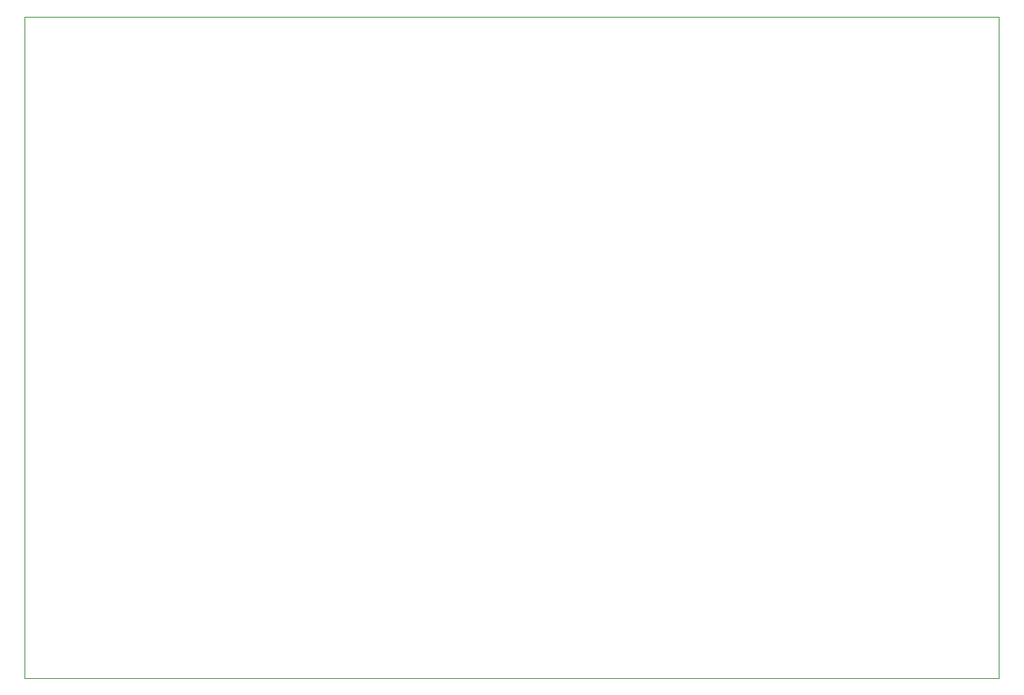
<source format=gm1>
G04 #@! TF.GenerationSoftware,KiCad,Pcbnew,(5.1.6)-1*
G04 #@! TF.CreationDate,2021-01-09T08:19:16+02:00*
G04 #@! TF.ProjectId,MegaDuino_PM_1_3_Buzz,4d656761-4475-4696-9e6f-5f504d5f315f,rev?*
G04 #@! TF.SameCoordinates,Original*
G04 #@! TF.FileFunction,Profile,NP*
%FSLAX46Y46*%
G04 Gerber Fmt 4.6, Leading zero omitted, Abs format (unit mm)*
G04 Created by KiCad (PCBNEW (5.1.6)-1) date 2021-01-09 08:19:16*
%MOMM*%
%LPD*%
G01*
G04 APERTURE LIST*
G04 #@! TA.AperFunction,Profile*
%ADD10C,0.100000*%
G04 #@! TD*
G04 APERTURE END LIST*
D10*
X226568000Y-105918000D02*
X118872000Y-105918000D01*
X118872000Y-179070000D02*
X118872000Y-105918000D01*
X226568000Y-179070000D02*
X226568000Y-105918000D01*
X226568000Y-179070000D02*
X118872000Y-179070000D01*
M02*

</source>
